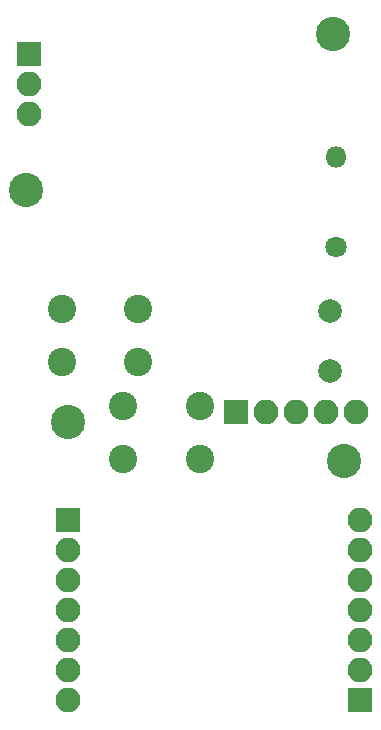
<source format=gbs>
%TF.GenerationSoftware,KiCad,Pcbnew,7.0.1*%
%TF.CreationDate,2023-04-13T23:50:02-04:00*%
%TF.ProjectId,YakBak-soldering-kit,59616b42-616b-42d7-936f-6c646572696e,rev?*%
%TF.SameCoordinates,Original*%
%TF.FileFunction,Soldermask,Bot*%
%TF.FilePolarity,Negative*%
%FSLAX46Y46*%
G04 Gerber Fmt 4.6, Leading zero omitted, Abs format (unit mm)*
G04 Created by KiCad (PCBNEW 7.0.1) date 2023-04-13 23:50:02*
%MOMM*%
%LPD*%
G01*
G04 APERTURE LIST*
G04 Aperture macros list*
%AMRoundRect*
0 Rectangle with rounded corners*
0 $1 Rounding radius*
0 $2 $3 $4 $5 $6 $7 $8 $9 X,Y pos of 4 corners*
0 Add a 4 corners polygon primitive as box body*
4,1,4,$2,$3,$4,$5,$6,$7,$8,$9,$2,$3,0*
0 Add four circle primitives for the rounded corners*
1,1,$1+$1,$2,$3*
1,1,$1+$1,$4,$5*
1,1,$1+$1,$6,$7*
1,1,$1+$1,$8,$9*
0 Add four rect primitives between the rounded corners*
20,1,$1+$1,$2,$3,$4,$5,0*
20,1,$1+$1,$4,$5,$6,$7,0*
20,1,$1+$1,$6,$7,$8,$9,0*
20,1,$1+$1,$8,$9,$2,$3,0*%
G04 Aperture macros list end*
%ADD10RoundRect,0.200000X0.850000X0.850000X-0.850000X0.850000X-0.850000X-0.850000X0.850000X-0.850000X0*%
%ADD11O,2.100000X2.100000*%
%ADD12C,2.400000*%
%ADD13RoundRect,0.200000X-0.850000X-0.850000X0.850000X-0.850000X0.850000X0.850000X-0.850000X0.850000X0*%
%ADD14C,2.900000*%
%ADD15C,2.000000*%
%ADD16C,1.800000*%
%ADD17O,1.800000X1.800000*%
%ADD18RoundRect,0.200000X-0.850000X0.850000X-0.850000X-0.850000X0.850000X-0.850000X0.850000X0.850000X0*%
G04 APERTURE END LIST*
D10*
%TO.C,J2*%
X122250000Y-109660000D03*
D11*
X122250000Y-107120000D03*
X122250000Y-104580000D03*
X122250000Y-102040000D03*
X122250000Y-99500000D03*
X122250000Y-96960000D03*
X122250000Y-94420000D03*
%TD*%
D12*
%TO.C,SW1*%
X97000000Y-76500000D03*
X103500000Y-76500000D03*
X97000000Y-81000000D03*
X103500000Y-81000000D03*
%TD*%
D13*
%TO.C,J1*%
X97500000Y-94420000D03*
D11*
X97500000Y-96960000D03*
X97500000Y-99500000D03*
X97500000Y-102040000D03*
X97500000Y-104580000D03*
X97500000Y-107120000D03*
X97500000Y-109660000D03*
%TD*%
D12*
%TO.C,SW2*%
X102212000Y-84750000D03*
X108712000Y-84750000D03*
X102212000Y-89250000D03*
X108712000Y-89250000D03*
%TD*%
D14*
%TO.C,H4*%
X120000000Y-53250000D03*
%TD*%
%TO.C,H1*%
X120904000Y-89408000D03*
%TD*%
D15*
%TO.C,C1*%
X119750000Y-81750000D03*
X119750000Y-76750000D03*
%TD*%
D14*
%TO.C,H2*%
X94000000Y-66500000D03*
%TD*%
%TO.C,H3*%
X97536000Y-86106000D03*
%TD*%
D13*
%TO.C,U2*%
X94250000Y-54960000D03*
D11*
X94250000Y-57500000D03*
X94250000Y-60040000D03*
%TD*%
D16*
%TO.C,R1*%
X120250000Y-71310000D03*
D17*
X120250000Y-63690000D03*
%TD*%
D18*
%TO.C,U3*%
X111760000Y-85250000D03*
D11*
X114300000Y-85250000D03*
X116840000Y-85250000D03*
X119380000Y-85250000D03*
X121920000Y-85250000D03*
%TD*%
M02*

</source>
